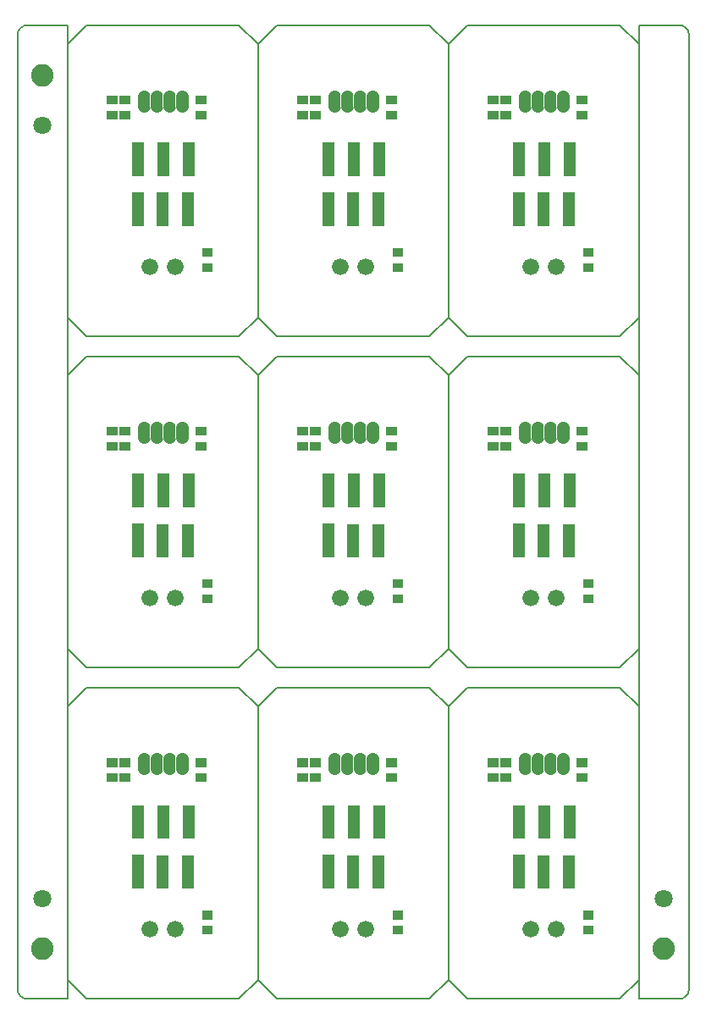
<source format=gbs>
*
%FSLAX26Y26*%
%MOIN*%
%ADD10C,0.048500*%
%ADD11C,0.066000*%
%ADD12R,0.033750X0.033750*%
%ADD13R,0.045500X0.045500*%
%ADD14R,0.047370X0.047370*%
%ADD15R,0.004000X0.004000*%
%ADD16C,0.005906*%
%ADD17C,0.088583*%
%ADD18C,0.070866*%
%IPPOS*%
%LN5060-458671.gbs*%
%LPD*%
G75*
G54D10*
X646850Y907000D02*
Y943000D01*
X596850Y907000D02*
Y943000D01*
X546850Y907000D02*
Y943000D01*
X496850Y907000D02*
Y943000D01*
G54D11*
X621850Y275000D03*
X521850D03*
G54D12*
X742850Y270470D02*
X750850D01*
X742850Y329530D02*
X750850D01*
X717850Y929530D02*
X725850D01*
X717850Y870470D02*
X725850D01*
X417850Y929530D02*
X425850D01*
X417850Y870470D02*
X425850D01*
X367850Y929530D02*
X375850D01*
X367850Y870470D02*
X375850D01*
G54D13*
X473420Y654100D02*
Y739600D01*
X573420Y654100D02*
Y739600D01*
X673420Y654100D02*
Y739600D01*
X670280Y457250D02*
Y542750D01*
X571850Y457250D02*
Y542750D01*
G54D14*
X473420Y457285D02*
Y542715D01*
%LPC*%
G75*
X473420Y542715D02*
G54D15*
X621850Y948935D02*
Y901065D01*
X571850Y948935D02*
Y901065D01*
X521850Y948935D02*
Y901065D01*
%LPD*%
G75*
X521850Y901065D02*
G54D16*
X271850Y1225000D02*
X296850D01*
X196850Y1150000D02*
X271850Y1225000D01*
X296850D02*
X871850D01*
X196850Y75000D02*
Y1150000D01*
Y75000D02*
X271850Y0D01*
X871850D01*
X946850Y75000D01*
Y1150000D01*
X871850Y1225000D02*
X946850Y1150000D01*
G54D10*
X646850Y2210740D02*
Y2246740D01*
X596850Y2210740D02*
Y2246740D01*
X546850Y2210740D02*
Y2246740D01*
X496850Y2210740D02*
Y2246740D01*
G54D11*
X621850Y1578740D03*
X521850D03*
G54D12*
X742850Y1574210D02*
X750850D01*
X742850Y1633270D02*
X750850D01*
X717850Y2233270D02*
X725850D01*
X717850Y2174210D02*
X725850D01*
X417850Y2233270D02*
X425850D01*
X417850Y2174210D02*
X425850D01*
X367850Y2233270D02*
X375850D01*
X367850Y2174210D02*
X375850D01*
G54D13*
X473420Y1957840D02*
Y2043340D01*
X573420Y1957840D02*
Y2043340D01*
X673420Y1957840D02*
Y2043340D01*
X670280Y1760990D02*
Y1846490D01*
X571850Y1760990D02*
Y1846490D01*
G54D14*
X473420Y1761025D02*
Y1846455D01*
%LPC*%
G75*
X473420Y1846455D02*
G54D15*
X621850Y2252675D02*
Y2204805D01*
X571850Y2252675D02*
Y2204805D01*
X521850Y2252675D02*
Y2204805D01*
%LPD*%
G75*
X521850Y2204805D02*
G54D16*
X271850Y2528740D02*
X296850D01*
X196850Y2453740D02*
X271850Y2528740D01*
X296850D02*
X871850D01*
X196850Y1378740D02*
Y2453740D01*
Y1378740D02*
X271850Y1303740D01*
X871850D01*
X946850Y1378740D01*
Y2453740D01*
X871850Y2528740D02*
X946850Y2453740D01*
G54D10*
X646850Y3514480D02*
Y3550480D01*
X596850Y3514480D02*
Y3550480D01*
X546850Y3514480D02*
Y3550480D01*
X496850Y3514480D02*
Y3550480D01*
G54D11*
X621850Y2882480D03*
X521850D03*
G54D12*
X742850Y2877950D02*
X750850D01*
X742850Y2937010D02*
X750850D01*
X717850Y3537010D02*
X725850D01*
X717850Y3477950D02*
X725850D01*
X417850Y3537010D02*
X425850D01*
X417850Y3477950D02*
X425850D01*
X367850Y3537010D02*
X375850D01*
X367850Y3477950D02*
X375850D01*
G54D13*
X473420Y3261580D02*
Y3347080D01*
X573420Y3261580D02*
Y3347080D01*
X673420Y3261580D02*
Y3347080D01*
X670280Y3064730D02*
Y3150230D01*
X571850Y3064730D02*
Y3150230D01*
G54D14*
X473420Y3064765D02*
Y3150195D01*
%LPC*%
G75*
X473420Y3150195D02*
G54D15*
X621850Y3556416D02*
Y3508545D01*
X571850Y3556416D02*
Y3508545D01*
X521850Y3556416D02*
Y3508545D01*
%LPD*%
G75*
X521850Y3508545D02*
G54D16*
X271850Y3832480D02*
X296850D01*
X196850Y3757480D02*
X271850Y3832480D01*
X296850D02*
X871850D01*
X196850Y2682480D02*
Y3757480D01*
Y2682480D02*
X271850Y2607480D01*
X871850D01*
X946850Y2682480D01*
Y3757480D01*
X871850Y3832480D02*
X946850Y3757480D01*
G54D10*
X1396850Y907000D02*
Y943000D01*
X1346850Y907000D02*
Y943000D01*
X1296850Y907000D02*
Y943000D01*
X1246850Y907000D02*
Y943000D01*
G54D11*
X1371850Y275000D03*
X1271850D03*
G54D12*
X1492850Y270470D02*
X1500850D01*
X1492850Y329530D02*
X1500850D01*
X1467850Y929530D02*
X1475850D01*
X1467850Y870470D02*
X1475850D01*
X1167850Y929530D02*
X1175850D01*
X1167850Y870470D02*
X1175850D01*
X1117850Y929530D02*
X1125850D01*
X1117850Y870470D02*
X1125850D01*
G54D13*
X1223420Y654100D02*
Y739600D01*
X1323420Y654100D02*
Y739600D01*
X1423420Y654100D02*
Y739600D01*
X1420280Y457250D02*
Y542750D01*
X1321850Y457250D02*
Y542750D01*
G54D14*
X1223420Y457285D02*
Y542715D01*
%LPC*%
G75*
X1223420Y542715D02*
G54D15*
X1371850Y948935D02*
Y901065D01*
X1321850Y948935D02*
Y901065D01*
X1271850Y948935D02*
Y901065D01*
%LPD*%
G75*
X1271850Y901065D02*
G54D16*
X1021850Y1225000D02*
X1046850D01*
X946850Y1150000D02*
X1021850Y1225000D01*
X1046850D02*
X1621850D01*
X946850Y75000D02*
Y1150000D01*
Y75000D02*
X1021850Y0D01*
X1621850D01*
X1696850Y75000D01*
Y1150000D01*
X1621850Y1225000D02*
X1696850Y1150000D01*
G54D10*
X1396850Y2210740D02*
Y2246740D01*
X1346850Y2210740D02*
Y2246740D01*
X1296850Y2210740D02*
Y2246740D01*
X1246850Y2210740D02*
Y2246740D01*
G54D11*
X1371850Y1578740D03*
X1271850D03*
G54D12*
X1492850Y1574210D02*
X1500850D01*
X1492850Y1633270D02*
X1500850D01*
X1467850Y2233270D02*
X1475850D01*
X1467850Y2174210D02*
X1475850D01*
X1167850Y2233270D02*
X1175850D01*
X1167850Y2174210D02*
X1175850D01*
X1117850Y2233270D02*
X1125850D01*
X1117850Y2174210D02*
X1125850D01*
G54D13*
X1223420Y1957840D02*
Y2043340D01*
X1323420Y1957840D02*
Y2043340D01*
X1423420Y1957840D02*
Y2043340D01*
X1420280Y1760990D02*
Y1846490D01*
X1321850Y1760990D02*
Y1846490D01*
G54D14*
X1223420Y1761025D02*
Y1846455D01*
%LPC*%
G75*
X1223420Y1846455D02*
G54D15*
X1371850Y2252675D02*
Y2204805D01*
X1321850Y2252675D02*
Y2204805D01*
X1271850Y2252675D02*
Y2204805D01*
%LPD*%
G75*
X1271850Y2204805D02*
G54D16*
X1021850Y2528740D02*
X1046850D01*
X946850Y2453740D02*
X1021850Y2528740D01*
X1046850D02*
X1621850D01*
X946850Y1378740D02*
Y2453740D01*
Y1378740D02*
X1021850Y1303740D01*
X1621850D01*
X1696850Y1378740D01*
Y2453740D01*
X1621850Y2528740D02*
X1696850Y2453740D01*
G54D10*
X1396850Y3514480D02*
Y3550480D01*
X1346850Y3514480D02*
Y3550480D01*
X1296850Y3514480D02*
Y3550480D01*
X1246850Y3514480D02*
Y3550480D01*
G54D11*
X1371850Y2882480D03*
X1271850D03*
G54D12*
X1492850Y2877950D02*
X1500850D01*
X1492850Y2937010D02*
X1500850D01*
X1467850Y3537010D02*
X1475850D01*
X1467850Y3477950D02*
X1475850D01*
X1167850Y3537010D02*
X1175850D01*
X1167850Y3477950D02*
X1175850D01*
X1117850Y3537010D02*
X1125850D01*
X1117850Y3477950D02*
X1125850D01*
G54D13*
X1223420Y3261580D02*
Y3347080D01*
X1323420Y3261580D02*
Y3347080D01*
X1423420Y3261580D02*
Y3347080D01*
X1420280Y3064730D02*
Y3150230D01*
X1321850Y3064730D02*
Y3150230D01*
G54D14*
X1223420Y3064765D02*
Y3150195D01*
%LPC*%
G75*
X1223420Y3150195D02*
G54D15*
X1371850Y3556416D02*
Y3508545D01*
X1321850Y3556416D02*
Y3508545D01*
X1271850Y3556416D02*
Y3508545D01*
%LPD*%
G75*
X1271850Y3508545D02*
G54D16*
X1021850Y3832480D02*
X1046850D01*
X946850Y3757480D02*
X1021850Y3832480D01*
X1046850D02*
X1621850D01*
X946850Y2682480D02*
Y3757480D01*
Y2682480D02*
X1021850Y2607480D01*
X1621850D01*
X1696850Y2682480D01*
Y3757480D01*
X1621850Y3832480D02*
X1696850Y3757480D01*
G54D10*
X2146850Y907000D02*
Y943000D01*
X2096850Y907000D02*
Y943000D01*
X2046850Y907000D02*
Y943000D01*
X1996850Y907000D02*
Y943000D01*
G54D11*
X2121850Y275000D03*
X2021850D03*
G54D12*
X2242850Y270470D02*
X2250850D01*
X2242850Y329530D02*
X2250850D01*
X2217850Y929530D02*
X2225850D01*
X2217850Y870470D02*
X2225850D01*
X1917850Y929530D02*
X1925850D01*
X1917850Y870470D02*
X1925850D01*
X1867850Y929530D02*
X1875850D01*
X1867850Y870470D02*
X1875850D01*
G54D13*
X1973420Y654100D02*
Y739600D01*
X2073420Y654100D02*
Y739600D01*
X2173420Y654100D02*
Y739600D01*
X2170280Y457250D02*
Y542750D01*
X2071850Y457250D02*
Y542750D01*
G54D14*
X1973420Y457285D02*
Y542715D01*
%LPC*%
G75*
X1973420Y542715D02*
G54D15*
X2121850Y948935D02*
Y901065D01*
X2071850Y948935D02*
Y901065D01*
X2021850Y948935D02*
Y901065D01*
%LPD*%
G75*
X2021850Y901065D02*
G54D16*
X1771850Y1225000D02*
X1796850D01*
X1696850Y1150000D02*
X1771850Y1225000D01*
X1796850D02*
X2371850D01*
X1696850Y75000D02*
Y1150000D01*
Y75000D02*
X1771850Y0D01*
X2371850D01*
X2446850Y75000D01*
Y1150000D01*
X2371850Y1225000D02*
X2446850Y1150000D01*
G54D10*
X2146850Y2210740D02*
Y2246740D01*
X2096850Y2210740D02*
Y2246740D01*
X2046850Y2210740D02*
Y2246740D01*
X1996850Y2210740D02*
Y2246740D01*
G54D11*
X2121850Y1578740D03*
X2021850D03*
G54D12*
X2242850Y1574210D02*
X2250850D01*
X2242850Y1633270D02*
X2250850D01*
X2217850Y2233270D02*
X2225850D01*
X2217850Y2174210D02*
X2225850D01*
X1917850Y2233270D02*
X1925850D01*
X1917850Y2174210D02*
X1925850D01*
X1867850Y2233270D02*
X1875850D01*
X1867850Y2174210D02*
X1875850D01*
G54D13*
X1973420Y1957840D02*
Y2043340D01*
X2073420Y1957840D02*
Y2043340D01*
X2173420Y1957840D02*
Y2043340D01*
X2170280Y1760990D02*
Y1846490D01*
X2071850Y1760990D02*
Y1846490D01*
G54D14*
X1973420Y1761025D02*
Y1846455D01*
%LPC*%
G75*
X1973420Y1846455D02*
G54D15*
X2121850Y2252675D02*
Y2204805D01*
X2071850Y2252675D02*
Y2204805D01*
X2021850Y2252675D02*
Y2204805D01*
%LPD*%
G75*
X2021850Y2204805D02*
G54D16*
X1771850Y2528740D02*
X1796850D01*
X1696850Y2453740D02*
X1771850Y2528740D01*
X1796850D02*
X2371850D01*
X1696850Y1378740D02*
Y2453740D01*
Y1378740D02*
X1771850Y1303740D01*
X2371850D01*
X2446850Y1378740D01*
Y2453740D01*
X2371850Y2528740D02*
X2446850Y2453740D01*
G54D10*
X2146850Y3514480D02*
Y3550480D01*
X2096850Y3514480D02*
Y3550480D01*
X2046850Y3514480D02*
Y3550480D01*
X1996850Y3514480D02*
Y3550480D01*
G54D11*
X2121850Y2882480D03*
X2021850D03*
G54D12*
X2242850Y2877950D02*
X2250850D01*
X2242850Y2937010D02*
X2250850D01*
X2217850Y3537010D02*
X2225850D01*
X2217850Y3477950D02*
X2225850D01*
X1917850Y3537010D02*
X1925850D01*
X1917850Y3477950D02*
X1925850D01*
X1867850Y3537010D02*
X1875850D01*
X1867850Y3477950D02*
X1875850D01*
G54D13*
X1973420Y3261580D02*
Y3347080D01*
X2073420Y3261580D02*
Y3347080D01*
X2173420Y3261580D02*
Y3347080D01*
X2170280Y3064730D02*
Y3150230D01*
X2071850Y3064730D02*
Y3150230D01*
G54D14*
X1973420Y3064765D02*
Y3150195D01*
%LPC*%
G75*
X1973420Y3150195D02*
G54D15*
X2121850Y3556416D02*
Y3508545D01*
X2071850Y3556416D02*
Y3508545D01*
X2021850Y3556416D02*
Y3508545D01*
%LPD*%
G75*
X2021850Y3508545D02*
G54D16*
X1771850Y3832480D02*
X1796850D01*
X1696850Y3757480D02*
X1771850Y3832480D01*
X1796850D02*
X2371850D01*
X1696850Y2682480D02*
Y3757480D01*
Y2682480D02*
X1771850Y2607480D01*
X2371850D01*
X2446850Y2682480D01*
Y3757480D01*
X2371850Y3832480D02*
X2446850Y3757480D01*
X39370Y3832480D02*
X196850D01*
X2643701Y3793110D02*
Y39370D01*
X2604331Y0D02*
X2446850D01*
X0Y39370D02*
Y3793110D01*
X196850Y0D02*
Y3832480D01*
X2446850D02*
Y0D01*
Y3832480D02*
X2604331D01*
X196850Y0D02*
X39370D01*
Y3832480D02*
X33163Y3831988D01*
X27110Y3830523D01*
X21365Y3828122D01*
X16070Y3824845D01*
X11358Y3820774D01*
X7346Y3816012D01*
X4136Y3810676D01*
X1807Y3804901D01*
X418Y3798831D01*
X0Y3793110D01*
Y39370D02*
X492Y33163D01*
X1957Y27110D01*
X4358Y21365D01*
X7635Y16070D01*
X11706Y11358D01*
X16469Y7346D01*
X21804Y4136D01*
X27580Y1807D01*
X33650Y418D01*
X39370Y0D01*
X2604331D02*
X2610538Y492D01*
X2616590Y1957D01*
X2622336Y4358D01*
X2627631Y7635D01*
X2632343Y11706D01*
X2636355Y16469D01*
X2639565Y21804D01*
X2641894Y27580D01*
X2643283Y33650D01*
X2643701Y39370D01*
X2604331Y3832480D02*
X2610538Y3831988D01*
X2616590Y3830523D01*
X2622336Y3828122D01*
X2627631Y3824845D01*
X2632343Y3820774D01*
X2636355Y3816012D01*
X2639565Y3810676D01*
X2641894Y3804901D01*
X2643283Y3798831D01*
X2643701Y3793110D01*
G54D17*
X98425Y3635630D03*
Y196850D03*
X2545276D03*
G54D18*
X98425Y393701D03*
X2545276D03*
X98425Y3438780D03*
M02*

</source>
